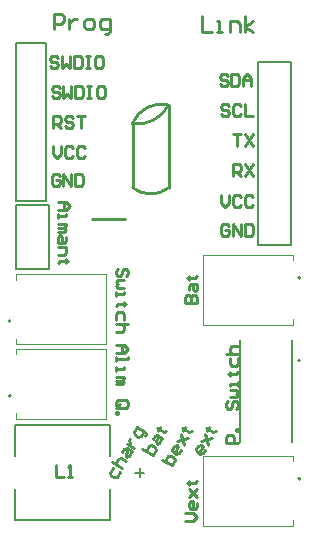
<source format=gto>
G04*
G04 #@! TF.GenerationSoftware,Altium Limited,Altium Designer,20.2.6 (244)*
G04*
G04 Layer_Color=65535*
%FSLAX25Y25*%
%MOIN*%
G70*
G04*
G04 #@! TF.SameCoordinates,8F5FEA60-E90C-4FE4-B264-904F0C7A51F9*
G04*
G04*
G04 #@! TF.FilePolarity,Positive*
G04*
G01*
G75*
%ADD10C,0.01000*%
%ADD11C,0.00787*%
%ADD12C,0.00600*%
%ADD13C,0.00394*%
D10*
X572467Y428246D02*
G03*
X584500Y434500I1533J11754D01*
G01*
D02*
G03*
X572500Y428500I-2500J-10000D01*
G01*
Y406934D02*
G03*
X584532Y406959I6000J7566D01*
G01*
X584500Y407000D02*
Y434500D01*
X572500Y407000D02*
Y428246D01*
X559000Y396500D02*
X570000D01*
X605940Y411000D02*
Y414936D01*
X607908D01*
X608564Y414280D01*
Y412968D01*
X607908Y412312D01*
X605940D01*
X607252D02*
X608564Y411000D01*
X609876Y414936D02*
X612500Y411000D01*
Y414936D02*
X609876Y411000D01*
X604629Y394280D02*
X603973Y394936D01*
X602661D01*
X602005Y394280D01*
Y391656D01*
X602661Y391000D01*
X603973D01*
X604629Y391656D01*
Y392968D01*
X603317D01*
X605940Y391000D02*
Y394936D01*
X608564Y391000D01*
Y394936D01*
X609876D02*
Y391000D01*
X611844D01*
X612500Y391656D01*
Y394280D01*
X611844Y394936D01*
X609876D01*
X604629Y434280D02*
X603973Y434936D01*
X602661D01*
X602005Y434280D01*
Y433624D01*
X602661Y432968D01*
X603973D01*
X604629Y432312D01*
Y431656D01*
X603973Y431000D01*
X602661D01*
X602005Y431656D01*
X608564Y434280D02*
X607908Y434936D01*
X606596D01*
X605940Y434280D01*
Y431656D01*
X606596Y431000D01*
X607908D01*
X608564Y431656D01*
X609876Y434936D02*
Y431000D01*
X612500D01*
X548124Y440280D02*
X547468Y440936D01*
X546156D01*
X545500Y440280D01*
Y439624D01*
X546156Y438968D01*
X547468D01*
X548124Y438312D01*
Y437656D01*
X547468Y437000D01*
X546156D01*
X545500Y437656D01*
X549436Y440936D02*
Y437000D01*
X550748Y438312D01*
X552060Y437000D01*
Y440936D01*
X553371D02*
Y437000D01*
X555339D01*
X555995Y437656D01*
Y440280D01*
X555339Y440936D01*
X553371D01*
X557307D02*
X558619D01*
X557963D01*
Y437000D01*
X557307D01*
X558619D01*
X562555Y440936D02*
X561243D01*
X560587Y440280D01*
Y437656D01*
X561243Y437000D01*
X562555D01*
X563211Y437656D01*
Y440280D01*
X562555Y440936D01*
X604129Y444280D02*
X603473Y444936D01*
X602161D01*
X601505Y444280D01*
Y443624D01*
X602161Y442968D01*
X603473D01*
X604129Y442312D01*
Y441656D01*
X603473Y441000D01*
X602161D01*
X601505Y441656D01*
X605440Y444936D02*
Y441000D01*
X607408D01*
X608064Y441656D01*
Y444280D01*
X607408Y444936D01*
X605440D01*
X609376Y441000D02*
Y443624D01*
X610688Y444936D01*
X612000Y443624D01*
Y441000D01*
Y442968D01*
X609376D01*
X546000Y420936D02*
Y418312D01*
X547312Y417000D01*
X548624Y418312D01*
Y420936D01*
X552560Y420280D02*
X551904Y420936D01*
X550592D01*
X549936Y420280D01*
Y417656D01*
X550592Y417000D01*
X551904D01*
X552560Y417656D01*
X556495Y420280D02*
X555839Y420936D01*
X554527D01*
X553871Y420280D01*
Y417656D01*
X554527Y417000D01*
X555839D01*
X556495Y417656D01*
X548124Y410780D02*
X547468Y411436D01*
X546156D01*
X545500Y410780D01*
Y408156D01*
X546156Y407500D01*
X547468D01*
X548124Y408156D01*
Y409468D01*
X546812D01*
X549436Y407500D02*
Y411436D01*
X552060Y407500D01*
Y411436D01*
X553371D02*
Y407500D01*
X555339D01*
X555995Y408156D01*
Y410780D01*
X555339Y411436D01*
X553371D01*
X605940Y424936D02*
X608564D01*
X607252D01*
Y421000D01*
X609876Y424936D02*
X612500Y421000D01*
Y424936D02*
X609876Y421000D01*
X546000Y427000D02*
Y430936D01*
X547968D01*
X548624Y430280D01*
Y428968D01*
X547968Y428312D01*
X546000D01*
X547312D02*
X548624Y427000D01*
X552560Y430280D02*
X551904Y430936D01*
X550592D01*
X549936Y430280D01*
Y429624D01*
X550592Y428968D01*
X551904D01*
X552560Y428312D01*
Y427656D01*
X551904Y427000D01*
X550592D01*
X549936Y427656D01*
X553871Y430936D02*
X556495D01*
X555183D01*
Y427000D01*
X602005Y404436D02*
Y401812D01*
X603317Y400500D01*
X604629Y401812D01*
Y404436D01*
X608564Y403780D02*
X607908Y404436D01*
X606596D01*
X605940Y403780D01*
Y401156D01*
X606596Y400500D01*
X607908D01*
X608564Y401156D01*
X612500Y403780D02*
X611844Y404436D01*
X610532D01*
X609876Y403780D01*
Y401156D01*
X610532Y400500D01*
X611844D01*
X612500Y401156D01*
X547624Y450280D02*
X546968Y450936D01*
X545656D01*
X545000Y450280D01*
Y449624D01*
X545656Y448968D01*
X546968D01*
X547624Y448312D01*
Y447656D01*
X546968Y447000D01*
X545656D01*
X545000Y447656D01*
X548936Y450936D02*
Y447000D01*
X550248Y448312D01*
X551560Y447000D01*
Y450936D01*
X552872D02*
Y447000D01*
X554839D01*
X555495Y447656D01*
Y450280D01*
X554839Y450936D01*
X552872D01*
X556807D02*
X558119D01*
X557463D01*
Y447000D01*
X556807D01*
X558119D01*
X562055Y450936D02*
X560743D01*
X560087Y450280D01*
Y447656D01*
X560743Y447000D01*
X562055D01*
X562711Y447656D01*
Y450280D01*
X562055Y450936D01*
X596618Y319570D02*
X595962Y318434D01*
X595066Y318194D01*
X593930Y318850D01*
X593690Y319746D01*
X594346Y320882D01*
X595242Y321122D01*
X595810Y320794D01*
X594498Y318522D01*
X595330Y322586D02*
X598914Y323547D01*
X597122Y323067D01*
X596641Y324859D01*
X597602Y321274D01*
X597057Y326891D02*
X597625Y326563D01*
X597297Y325995D01*
X597953Y327131D01*
X597625Y326563D01*
X599330Y325579D01*
X600226Y325819D01*
X575726Y319834D02*
X579134Y317866D01*
X580118Y319570D01*
X579878Y320466D01*
X579310Y320794D01*
X578742Y321122D01*
X577846Y320882D01*
X576862Y319178D01*
X579157Y323154D02*
X579813Y324291D01*
X580710Y324531D01*
X582414Y323547D01*
X581430Y321843D01*
X580534Y321602D01*
X580294Y322498D01*
X581278Y324203D01*
X580557Y326891D02*
X581125Y326563D01*
X580797Y325995D01*
X581453Y327131D01*
X581125Y326563D01*
X582830Y325579D01*
X583726Y325819D01*
X582226Y316334D02*
X585634Y314366D01*
X586618Y316070D01*
X586378Y316966D01*
X585810Y317294D01*
X585242Y317622D01*
X584346Y317382D01*
X583362Y315678D01*
X588586Y319479D02*
X587930Y318342D01*
X587034Y318102D01*
X585898Y318758D01*
X585658Y319654D01*
X586313Y320791D01*
X587210Y321031D01*
X587778Y320703D01*
X586466Y318430D01*
X587297Y322495D02*
X590882Y323455D01*
X589089Y322975D01*
X588609Y324767D01*
X589570Y321183D01*
X589025Y326799D02*
X589593Y326471D01*
X589265Y325903D01*
X589921Y327039D01*
X589593Y326471D01*
X591297Y325487D01*
X592194Y325728D01*
X566037Y313606D02*
X565054Y311902D01*
X565294Y311006D01*
X566430Y310350D01*
X567326Y310590D01*
X568310Y312294D01*
X565557Y315398D02*
X568966Y313430D01*
X567262Y314414D01*
X567021Y315310D01*
X567677Y316447D01*
X568573Y316687D01*
X570278Y315703D01*
X568989Y318719D02*
X569645Y319855D01*
X570541Y320095D01*
X572246Y319111D01*
X571262Y317407D01*
X570365Y317167D01*
X570125Y318063D01*
X571109Y319767D01*
X570629Y321559D02*
X572901Y320247D01*
X571765Y320903D01*
X571525Y321799D01*
X571285Y322695D01*
X571613Y323264D01*
X576661Y324136D02*
X576989Y324704D01*
X576749Y325600D01*
X573909Y327240D01*
X572925Y325536D01*
X573165Y324640D01*
X574301Y323984D01*
X575197Y324224D01*
X576181Y325928D01*
X546876Y314468D02*
Y310532D01*
X549500D01*
X550812D02*
X552124D01*
X551468D01*
Y314468D01*
X550812Y313812D01*
X607468Y321929D02*
X603532D01*
Y323897D01*
X604188Y324553D01*
X605500D01*
X606156Y323897D01*
Y321929D01*
X607468Y325865D02*
X606812D01*
Y326521D01*
X607468D01*
Y325865D01*
X604188Y335704D02*
X603532Y335048D01*
Y333736D01*
X604188Y333080D01*
X604844D01*
X605500Y333736D01*
Y335048D01*
X606156Y335704D01*
X606812D01*
X607468Y335048D01*
Y333736D01*
X606812Y333080D01*
X604844Y337016D02*
X606812D01*
X607468Y337672D01*
X606812Y338328D01*
X607468Y338984D01*
X606812Y339640D01*
X604844D01*
X607468Y340952D02*
Y342264D01*
Y341608D01*
X604844D01*
Y340952D01*
X604188Y344888D02*
X604844D01*
Y344232D01*
Y345544D01*
Y344888D01*
X606812D01*
X607468Y345544D01*
X604844Y350135D02*
Y348167D01*
X605500Y347511D01*
X606812D01*
X607468Y348167D01*
Y350135D01*
X603532Y351447D02*
X607468D01*
X605500D01*
X604844Y352103D01*
Y353415D01*
X605500Y354071D01*
X607468D01*
X547532Y402167D02*
X550156D01*
X551468Y400855D01*
X550156Y399543D01*
X547532D01*
X549500D01*
Y402167D01*
X547532Y398232D02*
Y396920D01*
Y397576D01*
X550156D01*
Y398232D01*
X547532Y394952D02*
X550156D01*
Y394296D01*
X549500Y393640D01*
X547532D01*
X549500D01*
X550156Y392984D01*
X549500Y392328D01*
X547532D01*
X550156Y390360D02*
Y389048D01*
X549500Y388392D01*
X547532D01*
Y390360D01*
X548188Y391016D01*
X548844Y390360D01*
Y388392D01*
X547532Y387080D02*
X550156D01*
Y385112D01*
X549500Y384456D01*
X547532D01*
X550812Y382489D02*
X550156D01*
Y383145D01*
Y381833D01*
Y382489D01*
X548188D01*
X547532Y381833D01*
X570312Y377372D02*
X570968Y378027D01*
Y379339D01*
X570312Y379995D01*
X569656D01*
X569000Y379339D01*
Y378027D01*
X568344Y377372D01*
X567688D01*
X567032Y378027D01*
Y379339D01*
X567688Y379995D01*
X569656Y376060D02*
X567688D01*
X567032Y375404D01*
X567688Y374748D01*
X567032Y374092D01*
X567688Y373436D01*
X569656D01*
X567032Y372124D02*
Y370812D01*
Y371468D01*
X569656D01*
Y372124D01*
X570312Y368188D02*
X569656D01*
Y368844D01*
Y367532D01*
Y368188D01*
X567688D01*
X567032Y367532D01*
X569656Y362940D02*
Y364908D01*
X569000Y365564D01*
X567688D01*
X567032Y364908D01*
Y362940D01*
X570968Y361629D02*
X567032D01*
X569000D01*
X569656Y360973D01*
Y359661D01*
X569000Y359005D01*
X567032D01*
X590032Y295940D02*
X592656D01*
X593968Y297252D01*
X592656Y298564D01*
X590032D01*
X593968Y301844D02*
Y300532D01*
X593312Y299876D01*
X592000D01*
X591344Y300532D01*
Y301844D01*
X592000Y302500D01*
X592656D01*
Y299876D01*
X591344Y303812D02*
X593968Y306436D01*
X592656Y305124D01*
X591344Y306436D01*
X593968Y303812D01*
X590688Y308404D02*
X591344D01*
Y307748D01*
Y309060D01*
Y308404D01*
X593312D01*
X593968Y309060D01*
X546120Y459795D02*
Y464911D01*
X548678D01*
X549531Y464058D01*
Y462353D01*
X548678Y461500D01*
X546120D01*
X551236Y463205D02*
Y459795D01*
Y461500D01*
X552089Y462353D01*
X552942Y463205D01*
X553794D01*
X557205Y459795D02*
X558911D01*
X559764Y460647D01*
Y462353D01*
X558911Y463205D01*
X557205D01*
X556353Y462353D01*
Y460647D01*
X557205Y459795D01*
X563175Y458089D02*
X564027D01*
X564880Y458942D01*
Y463205D01*
X562322D01*
X561469Y462353D01*
Y460647D01*
X562322Y459795D01*
X564880D01*
X595473Y464058D02*
Y458942D01*
X598883D01*
X600589D02*
X602294D01*
X601442D01*
Y462353D01*
X600589D01*
X604853Y458942D02*
Y462353D01*
X607411D01*
X608264Y461500D01*
Y458942D01*
X609969D02*
Y464058D01*
Y460647D02*
X612527Y462353D01*
X609969Y460647D02*
X612527Y458942D01*
X590032Y368408D02*
X593968D01*
Y370376D01*
X593312Y371032D01*
X592656D01*
X592000Y370376D01*
Y368408D01*
Y370376D01*
X591344Y371032D01*
X590688D01*
X590032Y370376D01*
Y368408D01*
X591344Y373000D02*
Y374312D01*
X592000Y374968D01*
X593968D01*
Y373000D01*
X593312Y372344D01*
X592656Y373000D01*
Y374968D01*
X590688Y376936D02*
X591344D01*
Y376280D01*
Y377592D01*
Y376936D01*
X593312D01*
X593968Y377592D01*
X567032Y354479D02*
X569656D01*
X570968Y353167D01*
X569656Y351855D01*
X567032D01*
X569000D01*
Y354479D01*
X567032Y350543D02*
Y349232D01*
Y349887D01*
X570968D01*
Y350543D01*
X567032Y347264D02*
Y345952D01*
Y346608D01*
X569656D01*
Y347264D01*
X567032Y343984D02*
X569656D01*
Y343328D01*
X569000Y342672D01*
X567032D01*
X569000D01*
X569656Y342016D01*
X569000Y341360D01*
X567032D01*
X567688Y333489D02*
X570312D01*
X570968Y334145D01*
Y335456D01*
X570312Y336112D01*
X567688D01*
X567032Y335456D01*
Y334145D01*
X568344Y334801D02*
X567032Y333489D01*
Y334145D02*
X567688Y333489D01*
X567032Y332177D02*
X567688D01*
Y331521D01*
X567032D01*
Y332177D01*
D11*
X628340Y349295D02*
G03*
X628340Y349295I-391J0D01*
G01*
X531520Y337232D02*
G03*
X531520Y338020I0J394D01*
G01*
D02*
G03*
X531520Y337232I0J-394D01*
G01*
Y362106D02*
G03*
X531520Y362894I0J394D01*
G01*
D02*
G03*
X531520Y362106I0J-394D01*
G01*
X627980Y310268D02*
G03*
X627980Y309480I0J-394D01*
G01*
D02*
G03*
X627980Y310268I0J394D01*
G01*
Y377268D02*
G03*
X627980Y376480I0J-394D01*
G01*
D02*
G03*
X627980Y377268I0J394D01*
G01*
X608339Y322197D02*
Y356055D01*
X625661Y322197D02*
Y356055D01*
X614303Y448709D02*
X625248D01*
X614303Y387685D02*
X625248D01*
X614303D02*
Y448709D01*
X625248Y387685D02*
Y448709D01*
X533500Y455299D02*
X543500D01*
Y402543D02*
Y455299D01*
X533500Y402543D02*
Y455299D01*
Y402543D02*
X543500D01*
X533488Y379988D02*
X544512D01*
X533488Y401012D02*
X544512D01*
X533488Y379988D02*
Y401012D01*
X544512Y379988D02*
Y401012D01*
D12*
X564850Y296150D02*
Y306344D01*
X533150Y296150D02*
X564850D01*
X533150Y317656D02*
Y327850D01*
X564850D01*
X574800Y310500D02*
Y313500D01*
X573300Y312000D02*
X576300D01*
X533150Y296150D02*
Y306344D01*
X564850Y317656D02*
Y327850D01*
D13*
X533685Y329949D02*
Y331720D01*
Y329949D02*
X563606D01*
Y353177D01*
X533685D02*
X563606D01*
X533685Y351406D02*
Y353177D01*
Y354823D02*
Y356594D01*
Y354823D02*
X563606D01*
Y378051D01*
X533685D02*
X563606D01*
X533685Y376280D02*
Y378051D01*
X625815Y315780D02*
Y317551D01*
X595894D02*
X625815D01*
X595894Y294323D02*
Y317551D01*
Y294323D02*
X625815D01*
Y296094D01*
Y382780D02*
Y384551D01*
X595894D02*
X625815D01*
X595894Y361323D02*
Y384551D01*
Y361323D02*
X625815D01*
Y363094D01*
M02*

</source>
